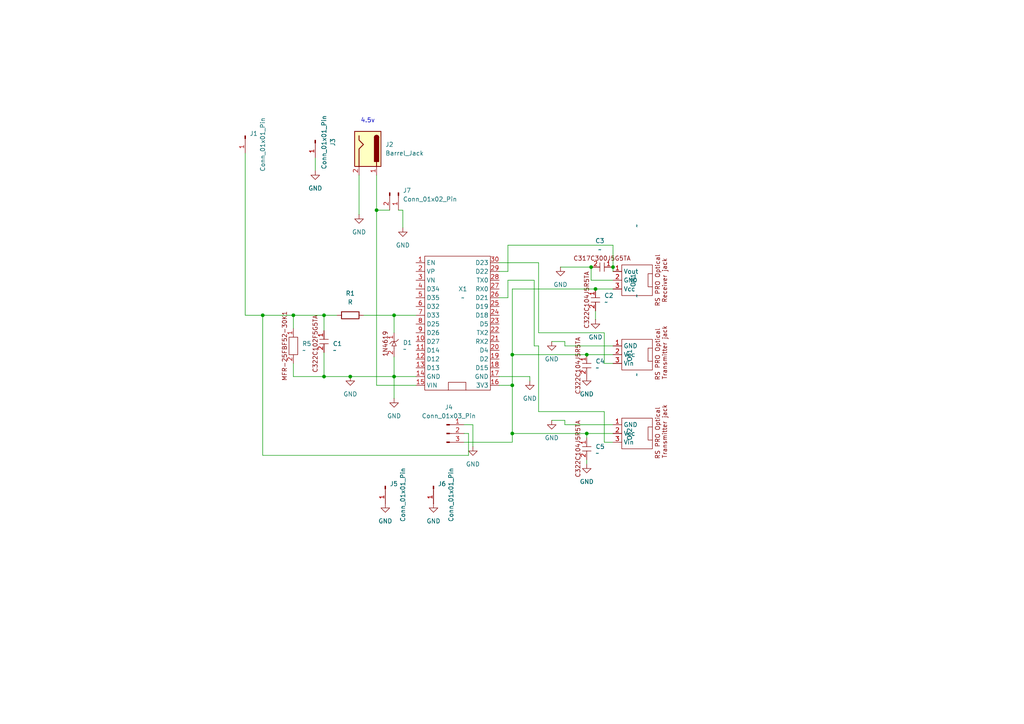
<source format=kicad_sch>
(kicad_sch (version 20231120) (generator "eeschema") (generator_version "8.0")
  (paper "A4")
  (lib_symbols
    (symbol "Connector:Barrel_Jack" (pin_names (offset 1.016))
      (property "Reference" "J" (at 0 5.334 0))
      (property "Value" "Barrel_Jack" (at 0 -5.08 0))
      (symbol "Barrel_Jack_0_1"
        (rectangle (start -5.08 3.81) (end 5.08 -3.81) (stroke (width 0.254)) (fill (type background)))
        (arc (start -3.302 3.175) (mid -3.9343 2.54) (end -3.302 1.905) (stroke (width 0.254)))
        (arc (start -3.302 3.175) (mid -3.9343 2.54) (end -3.302 1.905) (stroke (width 0.254)) (fill (type outline)))
        (polyline (pts (xy 5.08 2.54) (xy 3.81 2.54)) (stroke (width 0.254)))
        (polyline (pts (xy -3.81 -2.54) (xy -2.54 -2.54) (xy -1.27 -1.27) (xy 0 -2.54) (xy 2.54 -2.54) (xy 5.08 -2.54)) (stroke (width 0.254)))
        (rectangle (start 3.683 3.175) (end -3.302 1.905) (stroke (width 0.254)) (fill (type outline)))
      )
      (symbol "Barrel_Jack_1_1"
        (pin passive line (at 7.62 2.54 180) (length 2.54) (name "~") (number "1"))
        (pin passive line (at 7.62 -2.54 180) (length 2.54) (name "~") (number "2"))
      )
    )
    (symbol "Connector:Conn_01x01_Pin" (pin_names (offset 1.016) hide)
      (property "Reference" "J" (at 0 2.54 0))
      (property "Value" "Conn_01x01_Pin" (at 0 -2.54 0))
      (symbol "Conn_01x01_Pin_1_1"
        (polyline (pts (xy 1.27 0) (xy 0.8636 0)) (stroke (width 0.1524)))
        (rectangle (start 0.8636 0.127) (end 0 -0.127) (stroke (width 0.1524)) (fill (type outline)))
        (pin passive line (at 5.08 0 180) (length 3.81) (name "Pin_1") (number "1"))
      )
    )
    (symbol "Connector:Conn_01x02_Pin" (pin_names (offset 1.016) hide)
      (property "Reference" "J" (at 0 2.54 0))
      (property "Value" "Conn_01x02_Pin" (at 0 -5.08 0))
      (symbol "Conn_01x02_Pin_1_1"
        (polyline (pts (xy 1.27 -2.54) (xy 0.8636 -2.54)) (stroke (width 0.1524)))
        (polyline (pts (xy 1.27 0) (xy 0.8636 0)) (stroke (width 0.1524)))
        (rectangle (start 0.8636 -2.413) (end 0 -2.667) (stroke (width 0.1524)) (fill (type outline)))
        (rectangle (start 0.8636 0.127) (end 0 -0.127) (stroke (width 0.1524)) (fill (type outline)))
        (pin passive line (at 5.08 0 180) (length 3.81) (name "Pin_1") (number "1"))
        (pin passive line (at 5.08 -2.54 180) (length 3.81) (name "Pin_2") (number "2"))
      )
    )
    (symbol "Connector:Conn_01x03_Pin" (pin_names (offset 1.016) hide)
      (property "Reference" "J" (at 0 5.08 0))
      (property "Value" "Conn_01x03_Pin" (at 0 -5.08 0))
      (symbol "Conn_01x03_Pin_1_1"
        (polyline (pts (xy 1.27 -2.54) (xy 0.8636 -2.54)) (stroke (width 0.1524)))
        (polyline (pts (xy 1.27 0) (xy 0.8636 0)) (stroke (width 0.1524)))
        (polyline (pts (xy 1.27 2.54) (xy 0.8636 2.54)) (stroke (width 0.1524)))
        (rectangle (start 0.8636 -2.413) (end 0 -2.667) (stroke (width 0.1524)) (fill (type outline)))
        (rectangle (start 0.8636 0.127) (end 0 -0.127) (stroke (width 0.1524)) (fill (type outline)))
        (rectangle (start 0.8636 2.667) (end 0 2.413) (stroke (width 0.1524)) (fill (type outline)))
        (pin passive line (at 5.08 2.54 180) (length 3.81) (name "Pin_1") (number "1"))
        (pin passive line (at 5.08 0 180) (length 3.81) (name "Pin_2") (number "2"))
        (pin passive line (at 5.08 -2.54 180) (length 3.81) (name "Pin_3") (number "3"))
      )
    )
    (symbol "Custom:1N4619"
      (property "Reference" "D1" (at 2.54 0.9526 0))
      (property "Value" "~" (at 2.54 -0.9525 0))
      (symbol "1N4619_0_1"
        (polyline (pts (xy 0 -0.635) (xy 0 0)))
        (polyline (pts (xy -1.27 0.635) (xy -0.635 1.27) (xy 0.635 1.27) (xy 1.27 1.905)))
        (polyline (pts (xy -0.635 0) (xy 0.635 0) (xy 0 1.27) (xy -0.635 0)))
      )
      (symbol "1N4619_1_1"
        (text "1N4619" (at -2.54 0.635 900) (effects (font (size 1.27 1.27))))
        (pin passive line (at 0 3.81 270) (length 2.54) (name "") (number "1"))
        (pin passive line (at 0 -3.175 90) (length 2.54) (name "") (number "2"))
      )
    )
    (symbol "Custom:C317C300J5G5TA"
      (property "Reference" "C" (at 0 0.635 0))
      (symbol "C317C300J5G5TA_0_1"
        (polyline (pts (xy -1.27 0) (xy 1.27 0)))
        (polyline (pts (xy -1.27 1.27) (xy 1.27 1.27)))
      )
      (symbol "C317C300J5G5TA_1_1"
        (text "C317C300J5G5TA" (at -2.54 0.635 900) (effects (font (size 1.27 1.27))))
        (pin passive line (at 0 3.81 270) (length 2.54) (name "") (number "1"))
        (pin passive line (at 0 -2.54 90) (length 2.54) (name "") (number "2"))
      )
    )
    (symbol "Custom:C322C102F5G5TA"
      (property "Reference" "C" (at 0 0 0))
      (symbol "C322C102F5G5TA_0_1"
        (polyline (pts (xy -1.27 -0.635) (xy 1.27 -0.635)))
        (polyline (pts (xy -1.27 0.635) (xy 1.27 0.635)))
      )
      (symbol "C322C102F5G5TA_1_1"
        (text "C322C102F5G5TA" (at -2.54 -0.635 900) (effects (font (size 1.27 1.27))))
        (pin passive line (at 0 3.175 270) (length 2.54) (name "") (number "1"))
        (pin passive line (at 0 -3.175 90) (length 2.54) (name "") (number "2"))
      )
    )
    (symbol "Custom:C322C104J5R5TA"
      (property "Reference" "C" (at 0 0.635 0))
      (symbol "C322C104J5R5TA_0_1"
        (polyline (pts (xy -1.27 0) (xy 1.27 0)))
        (polyline (pts (xy -1.27 1.27) (xy 1.27 1.27)))
      )
      (symbol "C322C104J5R5TA_1_1"
        (text "C322C104J5R5TA" (at -2.54 0.635 900) (effects (font (size 1.27 1.27))))
        (pin passive line (at 0 3.81 270) (length 2.54) (name "") (number "1"))
        (pin passive line (at 0 -2.54 90) (length 2.54) (name "") (number "2"))
      )
    )
    (symbol "Custom:ESP32_WROOM-32_Dev_Board"
      (property "Reference" "X" (at -16.51 7.62 0))
      (symbol "ESP32_WROOM-32_Dev_Board_0_1"
        (rectangle (start -8.89 19.685) (end 10.16 -19.177))
        (polyline (pts (xy -2.032 -19.177) (xy -2.032 -16.891) (xy 3.048 -16.891) (xy 3.048 -19.177)))
      )
      (symbol "ESP32_WROOM-32_Dev_Board_1_1"
        (pin passive line (at -11.43 17.78 0) (length 2.54) (name "EN") (number "1"))
        (pin passive line (at -11.43 -5.08 0) (length 2.54) (name "D27") (number "10"))
        (pin passive line (at -11.43 -7.62 0) (length 2.54) (name "D14") (number "11"))
        (pin passive line (at -11.43 -10.16 0) (length 2.54) (name "D12") (number "12"))
        (pin passive line (at -11.43 -12.7 0) (length 2.54) (name "D13") (number "13"))
        (pin passive line (at -11.43 -15.24 0) (length 2.54) (name "GND") (number "14"))
        (pin passive line (at -11.43 -17.78 0) (length 2.54) (name "VIN") (number "15"))
        (pin passive line (at 12.7 -17.78 180) (length 2.54) (name "3V3") (number "16"))
        (pin passive line (at 12.7 -15.24 180) (length 2.54) (name "GND") (number "17"))
        (pin passive line (at 12.7 -12.7 180) (length 2.54) (name "D15") (number "18"))
        (pin passive line (at 12.7 -10.16 180) (length 2.54) (name "D2") (number "19"))
        (pin passive line (at -11.43 15.24 0) (length 2.54) (name "VP") (number "2"))
        (pin passive line (at 12.7 -7.62 180) (length 2.54) (name "D4") (number "20"))
        (pin passive line (at 12.7 -5.08 180) (length 2.54) (name "RX2") (number "21"))
        (pin passive line (at 12.7 -2.54 180) (length 2.54) (name "TX2") (number "22"))
        (pin passive line (at 12.7 0 180) (length 2.54) (name "D5") (number "23"))
        (pin passive line (at 12.7 2.54 180) (length 2.54) (name "D18") (number "24"))
        (pin passive line (at 12.7 5.08 180) (length 2.54) (name "D19") (number "25"))
        (pin passive line (at 12.7 7.62 180) (length 2.54) (name "D21") (number "26"))
        (pin passive line (at 12.7 10.16 180) (length 2.54) (name "RX0") (number "27"))
        (pin passive line (at 12.7 12.7 180) (length 2.54) (name "TX0") (number "28"))
        (pin bidirectional line (at 12.7 15.24 180) (length 2.54) (name "D22") (number "29"))
        (pin passive line (at -11.43 12.7 0) (length 2.54) (name "VN") (number "3"))
        (pin bidirectional line (at 12.7 17.78 180) (length 2.54) (name "D23") (number "30"))
        (pin passive line (at -11.43 10.16 0) (length 2.54) (name "D34") (number "4"))
        (pin passive line (at -11.43 7.62 0) (length 2.54) (name "D35") (number "5"))
        (pin passive line (at -11.43 5.08 0) (length 2.54) (name "D32") (number "6"))
        (pin passive line (at -11.43 2.54 0) (length 2.54) (name "D33") (number "7"))
        (pin passive line (at -11.43 0 0) (length 2.54) (name "D25") (number "8"))
        (pin passive line (at -11.43 -2.54 0) (length 2.54) (name "D26") (number "9"))
      )
    )
    (symbol "Custom:MFR_25FBF52_30K1"
      (property "Reference" "R" (at 0 0 0))
      (symbol "MFR_25FBF52_30K1_0_1"
        (rectangle (start -1.27 2.54) (end 1.27 -2.54))
      )
      (symbol "MFR_25FBF52_30K1_1_1"
        (text "MFR-25FBF52-30K1" (at -2.54 0 900) (effects (font (size 1.27 1.27))))
        (pin passive line (at 0 5.08 270) (length 2.54) (name "") (number "1"))
        (pin passive line (at 0 -5.08 90) (length 2.54) (name "") (number "2"))
      )
    )
    (symbol "Custom:RS_PRO_Optical_Receiver_jack"
      (property "Reference" "OR" (at 0 -2.54 0))
      (symbol "RS_PRO_Optical_Receiver_jack_0_1"
        (rectangle (start -4.445 3.81) (end 4.445 -5.08))
      )
      (symbol "RS_PRO_Optical_Receiver_jack_1_1"
        (polyline (pts (xy -1.905 -5.08) (xy -1.905 -3.81) (xy 1.905 -3.81) (xy 1.905 -5.08)))
        (text "RS PRO Optical\nReceiver jack" (at 0 -7.62 0) (effects (font (size 1.27 1.27))))
        (pin passive line (at 2.54 6.35 270) (length 2.54) (name "Vout") (number "1"))
        (pin passive line (at 0 6.35 270) (length 2.54) (name "GND") (number "2"))
        (pin passive line (at -2.54 6.35 270) (length 2.54) (name "Vcc") (number "3"))
      )
    )
    (symbol "Custom:RS_PRO_Optical_Transmitter_Jack"
      (property "Reference" "OT" (at 0 -1.905 0))
      (symbol "RS_PRO_Optical_Transmitter_Jack_0_1"
        (rectangle (start -4.445 3.81) (end 4.445 -5.08))
      )
      (symbol "RS_PRO_Optical_Transmitter_Jack_1_1"
        (polyline (pts (xy -1.905 -5.08) (xy -1.905 -3.81) (xy 1.905 -3.81) (xy 1.905 -5.08)))
        (text "RS PRO Optical \nTransmitter jack" (at 0.635 -7.62 0) (effects (font (size 1.27 1.27))))
        (pin passive line (at 2.54 6.35 270) (length 2.54) (name "GND") (number "1"))
        (pin passive line (at 0 6.35 270) (length 2.54) (name "Vcc") (number "2"))
        (pin passive line (at -2.54 6.35 270) (length 2.54) (name "Vin") (number "3"))
      )
    )
    (symbol "Device:R" (pin_numbers hide) (pin_names (offset 0))
      (property "Reference" "R" (at 2.032 0 90))
      (property "Value" "R" (at 0 0 90))
      (symbol "R_0_1"
        (rectangle (start -1.016 -2.54) (end 1.016 2.54) (stroke (width 0.254)))
      )
      (symbol "R_1_1"
        (pin passive line (at 0 3.81 270) (length 1.27) (name "~") (number "1"))
        (pin passive line (at 0 -3.81 90) (length 1.27) (name "~") (number "2"))
      )
    )
    (symbol "power:GND" (power) (pin_numbers hide) (pin_names (offset 0) hide)
      (property "Value" "GND" (at 0 -3.81 0))
      (symbol "GND_0_1"
        (polyline (pts (xy 0 0) (xy 0 -1.27) (xy 1.27 -1.27) (xy 0 -2.54) (xy -1.27 -1.27) (xy 0 -1.27)))
      )
      (symbol "GND_1_1"
        (pin power_in line (at 0 0 270) (length 0) (name "~") (number "1"))
      )
    )
  )
  (junction (at 148.59 102.87))
  (junction (at 114.3 91.44))
  (junction (at 148.59 125.73))
  (junction (at 148.59 111.76))
  (junction (at 109.22 60.96))
  (junction (at 170.18 125.73))
  (junction (at 93.98 91.44))
  (junction (at 171.45 77.47))
  (junction (at 76.2 91.44))
  (junction (at 85.09 91.44))
  (junction (at 177.8 77.47))
  (junction (at 93.98 109.22))
  (junction (at 101.6 109.22))
  (junction (at 114.3 109.22))
  (junction (at 170.18 102.87))
  (junction (at 172.72 83.82))
  (wire (pts (xy 170.18 102.87) (xy 177.8 102.87)))
  (wire (pts (xy 153.67 110.49) (xy 153.67 109.22)))
  (wire (pts (xy 85.09 109.22) (xy 85.09 105.41)))
  (wire (pts (xy 109.22 60.96) (xy 109.22 111.76)))
  (wire (pts (xy 154.94 81.28) (xy 154.94 100.33)))
  (wire (pts (xy 85.09 91.44) (xy 93.98 91.44)))
  (wire (pts (xy 76.2 132.08) (xy 135.89 132.08)))
  (wire (pts (xy 170.18 125.73) (xy 177.8 125.73)))
  (wire (pts (xy 93.98 91.44) (xy 93.98 95.885)))
  (wire (pts (xy 175.26 105.41) (xy 175.26 96.52)))
  (wire (pts (xy 148.59 125.73) (xy 170.18 125.73)))
  (wire (pts (xy 71.12 44.45) (xy 71.12 91.44)))
  (wire (pts (xy 91.44 45.72) (xy 91.44 49.53)))
  (wire (pts (xy 147.32 81.28) (xy 147.32 86.36)))
  (wire (pts (xy 162.56 77.47) (xy 171.45 77.47)))
  (wire (pts (xy 114.3 91.44) (xy 120.65 91.44)))
  (wire (pts (xy 171.45 77.47) (xy 171.45 81.28)))
  (wire (pts (xy 114.3 103.505) (xy 114.3 109.22)))
  (wire (pts (xy 154.94 81.28) (xy 147.32 81.28)))
  (wire (pts (xy 120.65 109.22) (xy 114.3 109.22)))
  (wire (pts (xy 177.8 128.27) (xy 175.26 128.27)))
  (wire (pts (xy 109.22 50.8) (xy 109.22 60.96)))
  (wire (pts (xy 85.09 91.44) (xy 85.09 95.25)))
  (wire (pts (xy 147.32 71.12) (xy 147.32 78.74)))
  (wire (pts (xy 104.14 50.8) (xy 104.14 62.23)))
  (wire (pts (xy 148.59 102.87) (xy 170.18 102.87)))
  (wire (pts (xy 135.89 132.08) (xy 135.89 125.73)))
  (wire (pts (xy 163.83 99.06) (xy 163.83 100.33)))
  (wire (pts (xy 156.21 100.33) (xy 154.94 100.33)))
  (wire (pts (xy 172.72 92.71) (xy 172.72 90.17)))
  (wire (pts (xy 147.32 86.36) (xy 144.78 86.36)))
  (wire (pts (xy 116.84 66.04) (xy 116.84 60.96)))
  (wire (pts (xy 153.67 109.22) (xy 144.78 109.22)))
  (wire (pts (xy 76.2 132.08) (xy 76.2 91.44)))
  (wire (pts (xy 105.41 91.44) (xy 114.3 91.44)))
  (wire (pts (xy 156.21 119.38) (xy 156.21 100.33)))
  (wire (pts (xy 93.98 91.44) (xy 97.79 91.44)))
  (wire (pts (xy 160.02 121.92) (xy 163.83 121.92)))
  (wire (pts (xy 147.32 78.74) (xy 144.78 78.74)))
  (wire (pts (xy 148.59 128.27) (xy 148.59 125.73)))
  (wire (pts (xy 148.59 111.76) (xy 148.59 102.87)))
  (wire (pts (xy 172.72 83.82) (xy 177.8 83.82)))
  (wire (pts (xy 114.3 109.22) (xy 114.3 115.57)))
  (wire (pts (xy 177.8 71.12) (xy 177.8 77.47)))
  (wire (pts (xy 148.59 83.82) (xy 172.72 83.82)))
  (wire (pts (xy 148.59 102.87) (xy 148.59 83.82)))
  (wire (pts (xy 114.3 91.44) (xy 114.3 96.52)))
  (wire (pts (xy 170.18 133.35) (xy 170.18 134.62)))
  (wire (pts (xy 144.78 111.76) (xy 148.59 111.76)))
  (wire (pts (xy 156.21 76.2) (xy 156.21 96.52)))
  (wire (pts (xy 163.83 100.33) (xy 177.8 100.33)))
  (wire (pts (xy 109.22 60.96) (xy 113.03 60.96)))
  (wire (pts (xy 163.83 123.19) (xy 177.8 123.19)))
  (wire (pts (xy 101.6 109.22) (xy 93.98 109.22)))
  (wire (pts (xy 71.12 91.44) (xy 76.2 91.44)))
  (wire (pts (xy 160.02 99.06) (xy 163.83 99.06)))
  (wire (pts (xy 137.16 123.19) (xy 134.62 123.19)))
  (wire (pts (xy 175.26 119.38) (xy 156.21 119.38)))
  (wire (pts (xy 170.18 125.73) (xy 170.18 127)))
  (wire (pts (xy 101.6 109.22) (xy 114.3 109.22)))
  (wire (pts (xy 171.45 81.28) (xy 177.8 81.28)))
  (wire (pts (xy 175.26 96.52) (xy 156.21 96.52)))
  (wire (pts (xy 175.26 128.27) (xy 175.26 119.38)))
  (wire (pts (xy 137.16 129.54) (xy 137.16 123.19)))
  (wire (pts (xy 148.59 111.76) (xy 148.59 125.73)))
  (wire (pts (xy 120.65 111.76) (xy 109.22 111.76)))
  (wire (pts (xy 135.89 125.73) (xy 134.62 125.73)))
  (wire (pts (xy 76.2 91.44) (xy 85.09 91.44)))
  (wire (pts (xy 177.8 105.41) (xy 175.26 105.41)))
  (wire (pts (xy 163.83 121.92) (xy 163.83 123.19)))
  (wire (pts (xy 116.84 60.96) (xy 115.57 60.96)))
  (wire (pts (xy 134.62 128.27) (xy 148.59 128.27)))
  (wire (pts (xy 144.78 76.2) (xy 156.21 76.2)))
  (wire (pts (xy 147.32 71.12) (xy 177.8 71.12)))
  (wire (pts (xy 177.8 77.47) (xy 177.8 78.74)))
  (wire (pts (xy 93.98 102.235) (xy 93.98 109.22)))
  (wire (pts (xy 93.98 109.22) (xy 85.09 109.22)))
  (text "4.5v" (at 106.68 35.052 0) (effects (font (size 1.27 1.27))))
  (symbol (lib_id "Custom:ESP32_WROOM-32_Dev_Board") (at 132.08 93.98 0) (unit 1)
    (property "Reference" "X1" (at 134.239 83.82 0))
    (property "Value" "~" (at 134.239 86.36 0))
    (property "Footprint" "Custom:ESP32_WROOM-32_Dev_Board" (effects (hide yes)))
  )
  (symbol (lib_id "power:GND") (at 170.18 109.22 0) (unit 1)
    (property "Reference" "#PWR06" (effects (hide yes)))
    (property "Value" "GND" (at 170.18 114.3 0))
    (property "Description" "Power symbol creates a global label with name \"GND\" , ground" (effects (hide yes)))
  )
  (symbol (lib_id "Custom:C322C104J5R5TA") (at 172.72 87.63 0) (unit 1)
    (property "Reference" "C2" (at 175.26 85.7249 0) (effects (justify left)))
    (property "Value" "~" (at 175.26 87.63 0) (effects (justify left)))
    (property "Footprint" "Capacitor_THT:C_Rect_L7.0mm_W2.5mm_P5.00mm" (effects (hide yes)))
  )
  (symbol (lib_id "power:GND") (at 160.02 99.06 0) (unit 1)
    (property "Reference" "#PWR07" (effects (hide yes)))
    (property "Value" "GND" (at 160.02 104.14 0))
    (property "Description" "Power symbol creates a global label with name \"GND\" , ground" (effects (hide yes)))
  )
  (symbol (lib_id "Custom:RS_PRO_Optical_Receiver_jack") (at 184.15 81.28 90) (unit 1)
    (property "Reference" "OR1" (at 183.642 83.312 0) (effects (justify left)))
    (property "Value" "~" (at 184.6608 66.04 0) (effects (justify left)))
    (property "Footprint" "Custom:RS PRO Optical Receiver jack" (effects (hide yes)))
  )
  (symbol (lib_id "power:GND") (at 162.56 77.47 0) (unit 1)
    (property "Reference" "#PWR05" (effects (hide yes)))
    (property "Value" "GND" (at 162.56 82.55 0))
    (property "Description" "Power symbol creates a global label with name \"GND\" , ground" (effects (hide yes)))
  )
  (symbol (lib_id "Custom:MFR_25FBF52_30K1") (at 85.09 100.33 0) (unit 1)
    (property "Reference" "R5" (at 87.63 99.6948 0) (effects (justify left)))
    (property "Value" "~" (at 87.63 101.5999 0) (effects (justify left)))
    (property "Footprint" "Resistor_THT:R_Axial_DIN0207_L6.3mm_D2.5mm_P10.16mm_Horizontal" (effects (hide yes)))
  )
  (symbol (lib_id "Connector:Conn_01x02_Pin") (at 115.57 55.88 270) (unit 1)
    (property "Reference" "J7" (at 116.84 55.2449 90) (effects (justify left)))
    (property "Value" "Conn_01x02_Pin" (at 116.84 57.7849 90) (effects (justify left)))
    (property "Footprint" "Connector_PinHeader_2.54mm:PinHeader_1x02_P2.54mm_Vertical" (effects (hide yes)))
    (property "Description" "Generic connector, single row, 01x02, script generated" (effects (hide yes)))
  )
  (symbol (lib_id "power:GND") (at 91.44 49.53 0) (unit 1)
    (property "Reference" "#PWR010" (effects (hide yes)))
    (property "Value" "GND" (at 91.44 54.61 0))
    (property "Description" "Power symbol creates a global label with name \"GND\" , ground" (effects (hide yes)))
  )
  (symbol (lib_id "power:GND") (at 101.6 109.22 0) (unit 1)
    (property "Reference" "#PWR01" (effects (hide yes)))
    (property "Value" "GND" (at 101.6 114.3 0))
    (property "Description" "Power symbol creates a global label with name \"GND\" , ground" (effects (hide yes)))
  )
  (symbol (lib_id "power:GND") (at 116.84 66.04 0) (unit 1)
    (property "Reference" "#PWR015" (effects (hide yes)))
    (property "Value" "GND" (at 116.84 71.12 0))
    (property "Description" "Power symbol creates a global label with name \"GND\" , ground" (effects (hide yes)))
  )
  (symbol (lib_id "power:GND") (at 137.16 129.54 0) (unit 1)
    (property "Reference" "#PWR09" (effects (hide yes)))
    (property "Value" "GND" (at 137.16 134.62 0))
    (property "Description" "Power symbol creates a global label with name \"GND\" , ground" (effects (hide yes)))
  )
  (symbol (lib_id "Custom:RS_PRO_Optical_Transmitter_Jack") (at 184.15 102.87 90) (unit 1)
    (property "Reference" "OT1" (at 182.626 104.902 0) (effects (justify left)))
    (property "Value" "~" (at 184.6608 86.36 0) (effects (justify left)))
    (property "Footprint" "Custom:RS Pro Optical Transmitter jack" (effects (hide yes)))
  )
  (symbol (lib_id "power:GND") (at 114.3 115.57 0) (unit 1)
    (property "Reference" "#PWR02" (effects (hide yes)))
    (property "Value" "GND" (at 114.3 120.65 0))
    (property "Description" "Power symbol creates a global label with name \"GND\" , ground" (effects (hide yes)))
  )
  (symbol (lib_id "power:GND") (at 111.76 146.05 0) (unit 1)
    (property "Reference" "#PWR011" (effects (hide yes)))
    (property "Value" "GND" (at 111.76 151.13 0))
    (property "Description" "Power symbol creates a global label with name \"GND\" , ground" (effects (hide yes)))
  )
  (symbol (lib_id "power:GND") (at 104.14 62.23 0) (unit 1)
    (property "Reference" "#PWR08" (effects (hide yes)))
    (property "Value" "GND" (at 104.14 67.31 0))
    (property "Description" "Power symbol creates a global label with name \"GND\" , ground" (effects (hide yes)))
  )
  (symbol (lib_id "Custom:C322C104J5R5TA") (at 170.18 106.68 0) (unit 1)
    (property "Reference" "C4" (at 172.72 104.7749 0) (effects (justify left)))
    (property "Value" "~" (at 172.72 106.68 0) (effects (justify left)))
    (property "Footprint" "Capacitor_THT:C_Rect_L7.0mm_W2.5mm_P5.00mm" (effects (hide yes)))
  )
  (symbol (lib_id "Connector:Barrel_Jack") (at 106.68 43.18 270) (unit 1)
    (property "Reference" "J2" (at 111.76 41.9099 90) (effects (justify left)))
    (property "Value" "Barrel_Jack" (at 111.76 44.4499 90) (effects (justify left)))
    (property "Footprint" "Connector_BarrelJack:BarrelJack_Horizontal" (effects (hide yes)))
    (property "Description" "DC Barrel Jack" (effects (hide yes)))
  )
  (symbol (lib_id "Device:R") (at 101.6 91.44 270) (unit 1)
    (property "Reference" "R1" (at 101.6 85.09 90))
    (property "Value" "R" (at 101.6 87.63 90))
    (property "Footprint" "Resistor_THT:R_Axial_DIN0207_L6.3mm_D2.5mm_P5.08mm_Vertical" (effects (hide yes)))
    (property "Description" "Resistor" (effects (hide yes)))
  )
  (symbol (lib_id "Connector:Conn_01x01_Pin") (at 71.12 39.37 270) (unit 1)
    (property "Reference" "J1" (at 72.39 38.7349 90) (effects (justify left)))
    (property "Value" "Conn_01x01_Pin" (at 76.2 34.036 0) (effects (justify left)))
    (property "Footprint" "Custom:VersatilePad" (effects (hide yes)))
    (property "Description" "Generic connector, single row, 01x01, script generated" (effects (hide yes)))
  )
  (symbol (lib_id "power:GND") (at 170.18 134.62 0) (unit 1)
    (property "Reference" "#PWR014" (effects (hide yes)))
    (property "Value" "GND" (at 170.18 139.7 0))
    (property "Description" "Power symbol creates a global label with name \"GND\" , ground" (effects (hide yes)))
  )
  (symbol (lib_id "Custom:C322C104J5R5TA") (at 170.18 130.81 0) (unit 1)
    (property "Reference" "C5" (at 172.72 129.5399 0) (effects (justify left)))
    (property "Value" "~" (at 172.72 131.445 0) (effects (justify left)))
    (property "Footprint" "Capacitor_THT:C_Rect_L7.0mm_W2.5mm_P5.00mm" (effects (hide yes)))
  )
  (symbol (lib_id "Connector:Conn_01x01_Pin") (at 111.76 140.97 270) (unit 1)
    (property "Reference" "J5" (at 113.03 140.3349 90) (effects (justify left)))
    (property "Value" "Conn_01x01_Pin" (at 116.84 135.636 0) (effects (justify left)))
    (property "Footprint" "Custom:ContactViaM2_5" (effects (hide yes)))
    (property "Description" "Generic connector, single row, 01x01, script generated" (effects (hide yes)))
  )
  (symbol (lib_id "power:GND") (at 153.67 110.49 0) (unit 1)
    (property "Reference" "#PWR03" (effects (hide yes)))
    (property "Value" "GND" (at 153.67 115.57 0))
    (property "Description" "Power symbol creates a global label with name \"GND\" , ground" (effects (hide yes)))
  )
  (symbol (lib_id "power:GND") (at 125.73 146.05 0) (unit 1)
    (property "Reference" "#PWR012" (effects (hide yes)))
    (property "Value" "GND" (at 125.73 151.13 0))
    (property "Description" "Power symbol creates a global label with name \"GND\" , ground" (effects (hide yes)))
  )
  (symbol (lib_id "Custom:C317C300J5G5TA") (at 173.99 77.47 270) (unit 1)
    (property "Reference" "C3" (at 173.99 69.85 90))
    (property "Value" "~" (at 173.99 72.39 90))
    (property "Footprint" "Capacitor_THT:C_Rect_L7.0mm_W2.5mm_P5.00mm" (effects (hide yes)))
  )
  (symbol (lib_id "Connector:Conn_01x01_Pin") (at 125.73 140.97 270) (unit 1)
    (property "Reference" "J6" (at 127 140.3349 90) (effects (justify left)))
    (property "Value" "Conn_01x01_Pin" (at 130.81 135.636 0) (effects (justify left)))
    (property "Footprint" "Custom:ContactViaM2_5" (effects (hide yes)))
    (property "Description" "Generic connector, single row, 01x01, script generated" (effects (hide yes)))
  )
  (symbol (lib_id "Custom:C322C102F5G5TA") (at 93.98 99.06 0) (unit 1)
    (property "Reference" "C1" (at 96.52 99.6949 0) (effects (justify left)))
    (property "Value" "~" (at 96.52 101.6 0) (effects (justify left)))
    (property "Footprint" "Capacitor_THT:C_Rect_L7.0mm_W2.5mm_P5.00mm" (effects (hide yes)))
  )
  (symbol (lib_id "Custom:RS_PRO_Optical_Transmitter_Jack") (at 184.15 125.73 90) (unit 1)
    (property "Reference" "OT2" (at 182.626 127.762 0) (effects (justify left)))
    (property "Value" "~" (at 184.6608 109.22 0) (effects (justify left)))
    (property "Footprint" "Custom:RS Pro Optical Transmitter jack" (effects (hide yes)))
  )
  (symbol (lib_id "Connector:Conn_01x01_Pin") (at 91.44 40.64 270) (unit 1)
    (property "Reference" "J3" (at 96.52 41.275 0))
    (property "Value" "Conn_01x01_Pin" (at 93.98 41.275 0))
    (property "Footprint" "Custom:VersatilePad" (effects (hide yes)))
    (property "Description" "Generic connector, single row, 01x01, script generated" (effects (hide yes)))
  )
  (symbol (lib_id "power:GND") (at 160.02 121.92 0) (unit 1)
    (property "Reference" "#PWR013" (effects (hide yes)))
    (property "Value" "GND" (at 160.02 127 0))
    (property "Description" "Power symbol creates a global label with name \"GND\" , ground" (effects (hide yes)))
  )
  (symbol (lib_id "power:GND") (at 172.72 92.71 0) (unit 1)
    (property "Reference" "#PWR04" (effects (hide yes)))
    (property "Value" "GND" (at 172.72 97.79 0))
    (property "Description" "Power symbol creates a global label with name \"GND\" , ground" (effects (hide yes)))
  )
  (symbol (lib_id "Custom:1N4619") (at 114.3 100.33 0) (unit 1)
    (property "Reference" "D1" (at 116.84 99.3774 0) (effects (justify left)))
    (property "Value" "~" (at 116.84 101.2825 0) (effects (justify left)))
    (property "Footprint" "Diode_THT:D_DO-35_SOD27_P7.62mm_Horizontal" (effects (hide yes)))
  )
  (symbol (lib_id "Connector:Conn_01x03_Pin") (at 129.54 125.73 0) (unit 1)
    (property "Reference" "J4" (at 130.175 118.11 0))
    (property "Value" "Conn_01x03_Pin" (at 130.175 120.65 0))
    (property "Footprint" "Connector_PinHeader_2.54mm:PinHeader_1x03_P2.54mm_Vertical" (effects (hide yes)))
    (property "Description" "Generic connector, single row, 01x03, script generated" (effects (hide yes)))
  )
)
</source>
